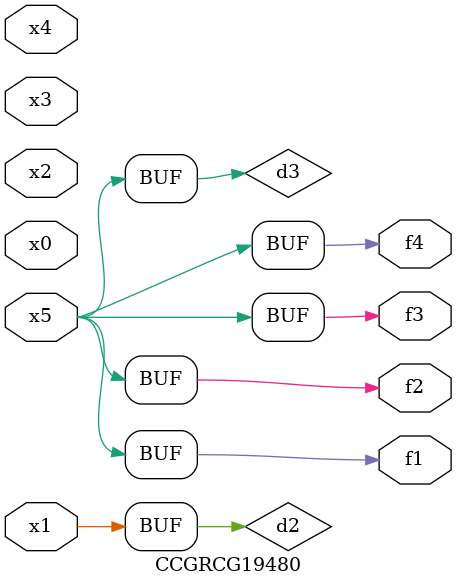
<source format=v>
module CCGRCG19480(
	input x0, x1, x2, x3, x4, x5,
	output f1, f2, f3, f4
);

	wire d1, d2, d3;

	not (d1, x5);
	or (d2, x1);
	xnor (d3, d1);
	assign f1 = d3;
	assign f2 = d3;
	assign f3 = d3;
	assign f4 = d3;
endmodule

</source>
